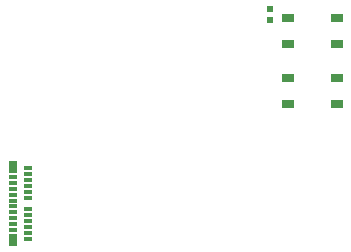
<source format=gtp>
G04 Layer_Color=8421504*
%FSLAX25Y25*%
%MOIN*%
G70*
G01*
G75*
%ADD10R,0.04134X0.02559*%
%ADD13R,0.02756X0.03937*%
%ADD14R,0.02756X0.01181*%
%ADD15R,0.02165X0.01968*%
D10*
X232669Y185768D02*
D03*
X216331D02*
D03*
X232669Y194232D02*
D03*
X216331D02*
D03*
Y214232D02*
D03*
X232669D02*
D03*
X216331Y205768D02*
D03*
X232669D02*
D03*
D13*
X124624Y164705D02*
D03*
Y140295D02*
D03*
D14*
Y161358D02*
D03*
Y159390D02*
D03*
Y157421D02*
D03*
Y155453D02*
D03*
Y153484D02*
D03*
Y151516D02*
D03*
Y149547D02*
D03*
Y147579D02*
D03*
Y145610D02*
D03*
Y143642D02*
D03*
X129743Y140689D02*
D03*
Y142657D02*
D03*
Y144626D02*
D03*
Y146595D02*
D03*
Y148563D02*
D03*
Y150531D02*
D03*
Y154469D02*
D03*
Y156437D02*
D03*
Y158405D02*
D03*
Y160374D02*
D03*
Y162343D02*
D03*
Y164311D02*
D03*
D15*
X210500Y213630D02*
D03*
Y217370D02*
D03*
M02*

</source>
